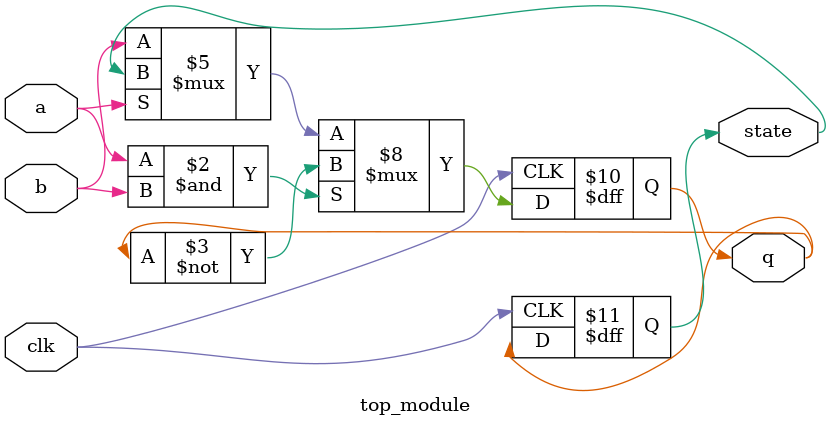
<source format=sv>
module top_module (
    input clk,
    input a,
    input b,
    output reg q,
    output reg state
);

    always @(posedge clk) begin
        state <= q;
        if (a & b)
            q <= ~q;
        else if (a)
            q <= state;
        else
            q <= b;
    end

endmodule

</source>
